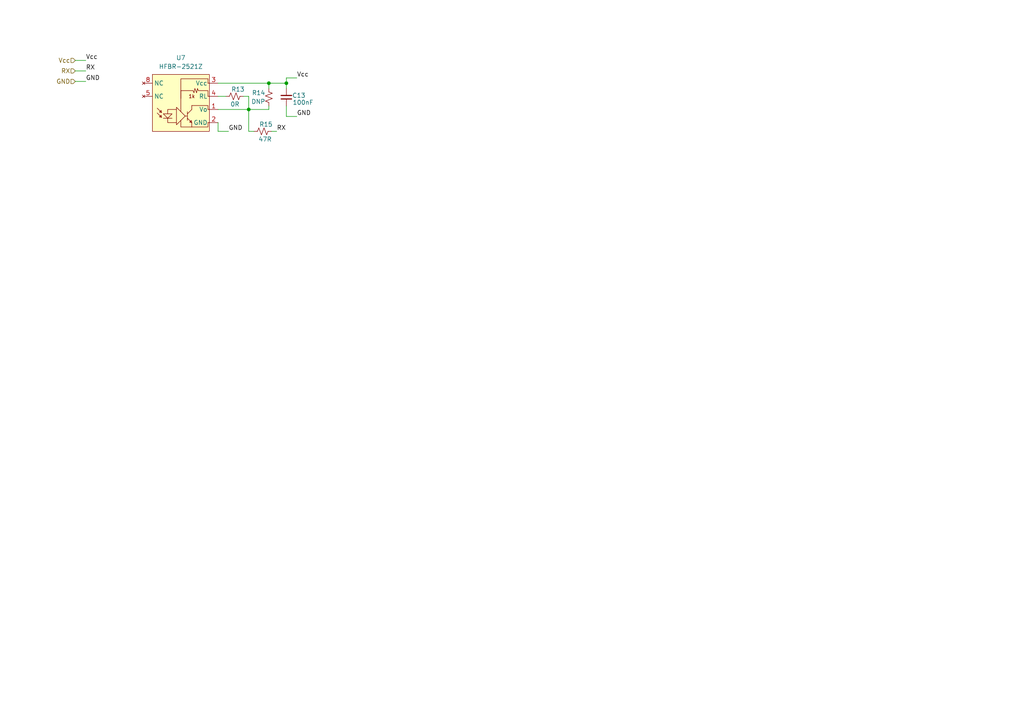
<source format=kicad_sch>
(kicad_sch (version 20211123) (generator eeschema)
  (paper "A4")
  (lib_symbols
    (symbol "CL_Fiber_Optic:HFBR-2521Z"
      (property "Reference" "U" (at -10.16 -10.16 0))
      (property "Value" "HFBR-2521Z" (at -5.08 8.89 0))
      (symbol "HFBR-2521Z_0_0"
        (rectangle (start -11.43 7.62) (end 5.08 -8.89) (fill (type background)))
        (polyline (pts (xy 0 -2.54) (xy 0 -1.397)))
        (polyline (pts (xy 4.699 -6.35) (xy 5.08 -6.35)))
        (polyline (pts (xy 4.699 -2.54) (xy 5.08 -2.54)))
        (polyline (pts (xy 4.699 1.27) (xy 5.08 1.27)))
        (polyline (pts (xy 4.699 5.08) (xy 4.699 6.35)))
        (polyline (pts (xy 4.699 5.08) (xy 5.08 5.08)))
        (text "1k" (at 0 1.27 0) (effects (font (size 1 1))))
      )
      (symbol "HFBR-2521Z_0_1"
        (polyline (pts (xy -10.033 -3.556) (xy -8.763 -4.826)))
        (polyline (pts (xy -10.033 -2.159) (xy -8.763 -3.429)))
        (polyline (pts (xy -8.255 -5.08) (xy -5.715 -5.08)))
        (polyline (pts (xy -1.27 -5.08) (xy 0 -6.35)))
        (polyline (pts (xy -1.27 -3.81) (xy 0 -2.54)))
        (polyline (pts (xy -6.985 -5.08) (xy -6.985 -6.35) (xy -4.445 -6.35)))
        (polyline (pts (xy -6.985 -3.81) (xy -6.985 -2.54) (xy -4.445 -2.54)))
        (polyline (pts (xy 4.699 -6.35) (xy 4.699 -7.62) (xy 0 -7.62)))
        (polyline (pts (xy 4.699 -2.54) (xy 4.699 -1.397) (xy 0 -1.397)))
        (polyline (pts (xy -8.763 -4.826) (xy -8.89 -4.191) (xy -9.398 -4.699) (xy -8.763 -4.826)))
        (polyline (pts (xy -8.763 -3.429) (xy -8.89 -2.794) (xy -9.398 -3.302) (xy -8.763 -3.429)))
        (polyline (pts (xy -8.255 -3.81) (xy -5.715 -3.81) (xy -6.985 -5.08) (xy -8.255 -3.81)))
        (polyline (pts (xy -4.445 -1.905) (xy -4.445 -6.985) (xy -1.905 -4.445) (xy -4.445 -1.905)))
        (polyline (pts (xy -3.175 -5.715) (xy -3.175 -7.62) (xy 0 -7.62) (xy 0 -6.35)))
        (polyline (pts (xy -3.175 0.635) (xy -3.175 6.35) (xy 4.699 6.35) (xy 4.699 6.35)))
        (polyline (pts (xy -1.905 -4.445) (xy -1.27 -4.445) (xy -1.27 -3.175) (xy -1.27 -5.715)))
        (polyline (pts (xy 0 -6.35) (xy -0.127 -5.715) (xy -0.635 -6.223) (xy 0 -6.35)))
        (polyline (pts (xy 4.699 1.27) (xy 4.699 2.921) (xy 1.905 2.921) (xy 1.651 3.556) (xy 1.397 2.286) (xy 0.889 3.556) (xy 0.635 2.286) (xy 0.381 2.921) (xy -3.175 2.921) (xy -3.175 2.921) (xy -3.175 -3.175)))
      )
      (symbol "HFBR-2521Z_1_1"
        (pin output line (at 7.62 -2.54 180) (length 2.54) (name "Vo") (number "1"))
        (pin power_in line (at 7.62 -6.35 180) (length 2.54) (name "GND") (number "2"))
        (pin power_in line (at 7.62 5.08 180) (length 2.54) (name "Vcc") (number "3"))
        (pin input line (at 7.62 1.27 180) (length 2.54) (name "RL") (number "4"))
        (pin no_connect line (at -13.97 1.27 0) (length 2.54) (name "NC") (number "5"))
        (pin no_connect line (at -13.97 5.08 0) (length 2.54) (name "NC") (number "8"))
      )
    )
    (symbol "Device:C_Small" (pin_numbers hide) (pin_names (offset 0.254) hide)
      (property "Reference" "C" (at 0.254 1.778 0))
      (property "Value" "C_Small" (at 0.254 -2.032 0))
      (symbol "C_Small_0_1"
        (polyline (pts (xy -1.524 -0.508) (xy 1.524 -0.508)) (stroke (width 0.3302)))
        (polyline (pts (xy -1.524 0.508) (xy 1.524 0.508)) (stroke (width 0.3048)))
      )
      (symbol "C_Small_1_1"
        (pin passive line (at 0 2.54 270) (length 2.032) (name "~") (number "1"))
        (pin passive line (at 0 -2.54 90) (length 2.032) (name "~") (number "2"))
      )
    )
    (symbol "Device:R_Small_US" (pin_numbers hide) (pin_names (offset 0.254) hide)
      (property "Reference" "R" (at 0.762 0.508 0))
      (property "Value" "R_Small_US" (at 0.762 -1.016 0))
      (symbol "R_Small_US_1_1"
        (polyline (pts (xy 0 0) (xy 1.016 -0.381) (xy 0 -0.762) (xy -1.016 -1.143) (xy 0 -1.524)))
        (polyline (pts (xy 0 1.524) (xy 1.016 1.143) (xy 0 0.762) (xy -1.016 0.381) (xy 0 0)))
        (pin passive line (at 0 2.54 270) (length 1.016) (name "~") (number "1"))
        (pin passive line (at 0 -2.54 90) (length 1.016) (name "~") (number "2"))
      )
    )
  )
  (junction (at 72.136 31.75))
  (junction (at 83.058 24.13))
  (junction (at 77.978 24.13))
  (wire (pts (xy 86.106 22.606) (xy 83.058 22.606)))
  (wire (pts (xy 72.136 27.94) (xy 72.136 31.75)))
  (wire (pts (xy 72.136 31.75) (xy 72.136 38.1)))
  (wire (pts (xy 83.058 24.13) (xy 83.058 25.654)))
  (wire (pts (xy 63.246 38.1) (xy 66.294 38.1)))
  (wire (pts (xy 63.246 24.13) (xy 77.978 24.13)))
  (wire (pts (xy 70.612 27.94) (xy 72.136 27.94)))
  (wire (pts (xy 72.136 31.75) (xy 77.978 31.75)))
  (wire (pts (xy 83.058 30.734) (xy 83.058 33.782)))
  (wire (pts (xy 63.246 27.94) (xy 65.532 27.94)))
  (wire (pts (xy 77.978 31.75) (xy 77.978 30.734)))
  (wire (pts (xy 72.136 38.1) (xy 73.66 38.1)))
  (wire (pts (xy 77.978 24.13) (xy 83.058 24.13)))
  (wire (pts (xy 78.74 38.1) (xy 80.264 38.1)))
  (wire (pts (xy 21.844 20.574) (xy 24.892 20.574)))
  (wire (pts (xy 21.844 17.526) (xy 24.892 17.526)))
  (wire (pts (xy 63.246 31.75) (xy 72.136 31.75)))
  (wire (pts (xy 21.844 23.622) (xy 24.892 23.622)))
  (wire (pts (xy 83.058 22.606) (xy 83.058 24.13)))
  (wire (pts (xy 63.246 35.56) (xy 63.246 38.1)))
  (wire (pts (xy 77.978 24.13) (xy 77.978 25.654)))
  (wire (pts (xy 86.106 33.782) (xy 83.058 33.782)))
  (label "GND" (at 66.294 38.1 0))
  (label "Vcc" (at 86.106 22.606 0))
  (label "GND" (at 24.892 23.622 0))
  (label "Vcc" (at 24.892 17.526 0))
  (label "RX" (at 24.892 20.574 0))
  (label "RX" (at 80.264 38.1 0))
  (label "GND" (at 86.106 33.782 0))
  (hierarchical_label "RX" (shape input) (at 21.844 20.574 180))
  (hierarchical_label "Vcc" (shape input) (at 21.844 17.526 180))
  (hierarchical_label "GND" (shape input) (at 21.844 23.622 180))
  (symbol (lib_id "Device:R_Small_US") (at 68.072 27.94 270) (unit 1)
    (property "Reference" "R13" (at 67.056 25.908 90) (effects (justify left)))
    (property "Value" "0R" (at 66.802 30.226 90) (effects (justify left)))
    (property "Footprint" "Resistor_SMD:R_0805_2012Metric_Pad1.20x1.40mm_HandSolder" (effects hide))
  )
  (symbol (lib_id "CL_Fiber_Optic:HFBR-2521Z") (at 55.626 29.21 0) (unit 1)
    (property "Reference" "U7" (at 52.451 16.764 0))
    (property "Value" "HFBR-2521Z" (at 52.451 19.304 0))
    (property "Footprint" "CL_Fiber_Optic:HFBR-2521Z" (effects hide))
    (property "Datasheet" "https://docs.broadcom.com/doc/AV02-1501EN" (effects hide))
  )
  (symbol (lib_id "Device:R_Small_US") (at 76.2 38.1 270) (unit 1)
    (property "Reference" "R15" (at 75.184 36.068 90) (effects (justify left)))
    (property "Value" "47R" (at 74.93 40.386 90) (effects (justify left)))
    (property "Footprint" "Resistor_SMD:R_0805_2012Metric_Pad1.20x1.40mm_HandSolder" (effects hide))
  )
  (symbol (lib_id "Device:C_Small") (at 83.058 28.194 0) (mirror x) (unit 1)
    (property "Reference" "C13" (at 88.646 27.686 0) (effects (justify right)))
    (property "Value" "100nF" (at 90.932 29.718 0) (effects (justify right)))
    (property "Footprint" "Capacitor_SMD:C_0805_2012Metric_Pad1.18x1.45mm_HandSolder" (effects hide))
  )
  (symbol (lib_id "Device:R_Small_US") (at 77.978 28.194 180) (unit 1)
    (property "Reference" "R14" (at 76.962 26.924 0) (effects (justify left)))
    (property "Value" "DNP" (at 76.962 29.464 0) (effects (justify left)))
    (property "Footprint" "Resistor_SMD:R_0805_2012Metric_Pad1.20x1.40mm_HandSolder" (effects hide))
  )
)
</source>
